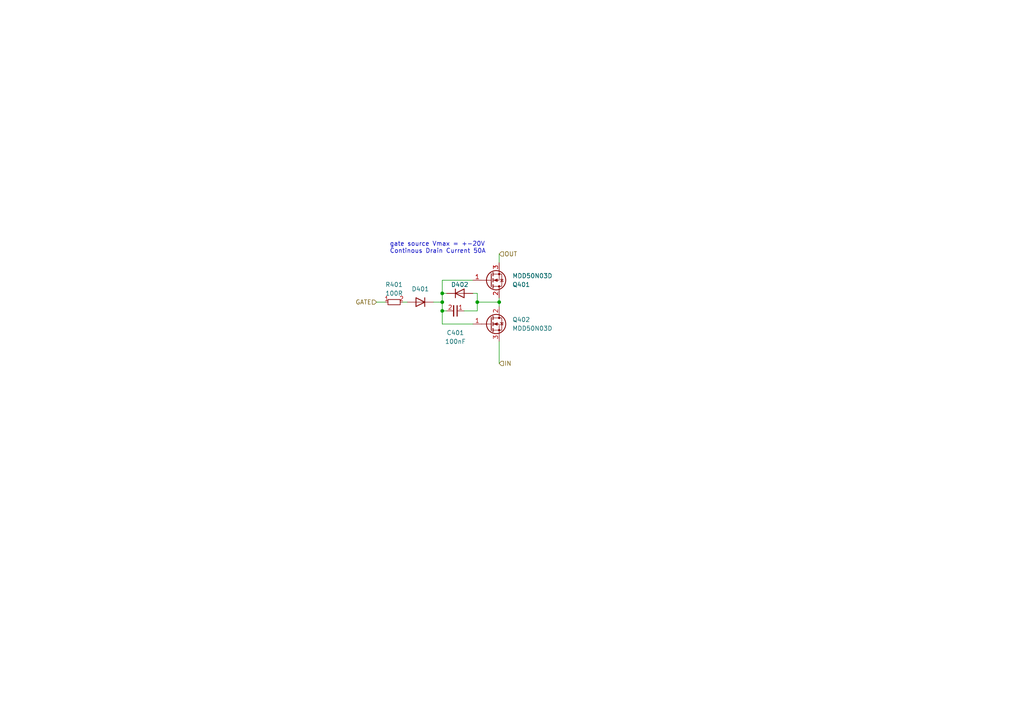
<source format=kicad_sch>
(kicad_sch (version 20230121) (generator eeschema)
  (paper "A4")
  (lib_symbols
    (symbol "Transistor_FET:QM6006D" (pin_names hide)
      (property "Reference" "Q" (at 5.08 1.905 0))
      (property "Value" "QM6006D" (at 5.08 0 0))
      (symbol "QM6006D_0_1"
        (polyline (pts (xy 0.254 0) (xy -2.54 0)))
        (polyline (pts (xy 0.254 1.905) (xy 0.254 -1.905)) (stroke (width 0.254)))
        (polyline (pts (xy 0.762 -1.27) (xy 0.762 -2.286)) (stroke (width 0.254)))
        (polyline (pts (xy 0.762 0.508) (xy 0.762 -0.508)) (stroke (width 0.254)))
        (polyline (pts (xy 0.762 2.286) (xy 0.762 1.27)) (stroke (width 0.254)))
        (polyline (pts (xy 2.54 2.54) (xy 2.54 1.778)))
        (polyline (pts (xy 2.54 -2.54) (xy 2.54 0) (xy 0.762 0)))
        (polyline (pts (xy 0.762 -1.778) (xy 3.302 -1.778) (xy 3.302 1.778) (xy 0.762 1.778)))
        (polyline (pts (xy 1.016 0) (xy 2.032 0.381) (xy 2.032 -0.381) (xy 1.016 0)) (fill (type outline)))
        (polyline (pts (xy 2.794 0.508) (xy 2.921 0.381) (xy 3.683 0.381) (xy 3.81 0.254)))
        (polyline (pts (xy 3.302 0.381) (xy 2.921 -0.254) (xy 3.683 -0.254) (xy 3.302 0.381)))
        (circle (center 1.651 0) (radius 2.794) (stroke (width 0.254)))
        (circle (center 2.54 -1.778) (radius 0.254) (fill (type outline)))
        (circle (center 2.54 1.778) (radius 0.254) (fill (type outline)))
      )
      (symbol "QM6006D_1_1"
        (pin input line (at -5.08 0 0) (length 2.54) (name "G") (number "1"))
        (pin passive line (at 2.54 5.08 270) (length 2.54) (name "D") (number "2"))
        (pin passive line (at 2.54 -5.08 90) (length 2.54) (name "S") (number "3"))
      )
    )
    (symbol "capacitor_miscellaneous:C_0402_100nF"
      (property "Reference" "C" (at 1.27 2.54 0))
      (property "Value" "100nF" (at 3.81 -2.54 0))
      (symbol "C_0402_100nF_0_1"
        (polyline (pts (xy -1.524 -0.508) (xy 1.524 -0.508)) (stroke (width 0.3302)))
        (polyline (pts (xy -1.524 0.508) (xy 1.524 0.508)) (stroke (width 0.3048)))
      )
      (symbol "C_0402_100nF_1_1"
        (pin passive line (at 0 2.54 270) (length 2.032) (name "~") (number "1"))
        (pin passive line (at 0 -2.54 90) (length 2.032) (name "~") (number "2"))
      )
    )
    (symbol "custom_kicad_lib_sk:1N4148WS" (pin_numbers hide) (pin_names hide)
      (property "Reference" "D" (at 0 2.54 0))
      (property "Value" "1N4148WS" (at 0 -2.54 0))
      (symbol "1N4148WS_0_1"
        (polyline (pts (xy -1.27 1.27) (xy -1.27 -1.27)) (stroke (width 0.254)))
        (polyline (pts (xy 1.27 0) (xy -1.27 0)))
        (polyline (pts (xy 1.27 1.27) (xy 1.27 -1.27) (xy -1.27 0) (xy 1.27 1.27)) (stroke (width 0.254)))
      )
      (symbol "1N4148WS_1_1"
        (pin passive line (at -3.81 0 0) (length 2.54) (name "K") (number "1"))
        (pin passive line (at 3.81 0 180) (length 2.54) (name "A") (number "2"))
      )
    )
    (symbol "resistors_0603:R_100R_0603"
      (property "Reference" "R" (at 1.27 2.54 0))
      (property "Value" "100R" (at 2.54 -2.54 0))
      (symbol "R_100R_0603_0_1"
        (rectangle (start -0.762 1.778) (end 0.762 -1.778) (stroke (width 0.2032)))
      )
      (symbol "R_100R_0603_1_1"
        (pin passive line (at 0 2.54 270) (length 0.762) (name "~") (number "1"))
        (pin passive line (at 0 -2.54 90) (length 0.762) (name "~") (number "2"))
      )
    )
  )
  (junction (at 128.27 90.17))
  (junction (at 144.78 87.63))
  (junction (at 128.27 87.63))
  (junction (at 138.43 87.63))
  (junction (at 128.27 85.09))
  (wire (pts (xy 138.43 87.63) (xy 138.43 85.09)))
  (wire (pts (xy 128.27 93.98) (xy 128.27 90.17)))
  (wire (pts (xy 128.27 87.63) (xy 128.27 90.17)))
  (wire (pts (xy 109.22 87.63) (xy 111.76 87.63)))
  (wire (pts (xy 128.27 81.28) (xy 137.16 81.28)))
  (wire (pts (xy 128.27 85.09) (xy 129.54 85.09)))
  (wire (pts (xy 138.43 90.17) (xy 138.43 87.63)))
  (wire (pts (xy 144.78 73.66) (xy 144.78 76.2)))
  (wire (pts (xy 128.27 90.17) (xy 129.54 90.17)))
  (wire (pts (xy 138.43 85.09) (xy 137.16 85.09)))
  (wire (pts (xy 144.78 99.06) (xy 144.78 105.41)))
  (wire (pts (xy 116.84 87.63) (xy 118.11 87.63)))
  (wire (pts (xy 128.27 85.09) (xy 128.27 87.63)))
  (wire (pts (xy 144.78 86.36) (xy 144.78 87.63)))
  (wire (pts (xy 125.73 87.63) (xy 128.27 87.63)))
  (wire (pts (xy 128.27 81.28) (xy 128.27 85.09)))
  (wire (pts (xy 144.78 87.63) (xy 144.78 88.9)))
  (wire (pts (xy 134.62 90.17) (xy 138.43 90.17)))
  (wire (pts (xy 128.27 93.98) (xy 137.16 93.98)))
  (wire (pts (xy 138.43 87.63) (xy 144.78 87.63)))
  (text "gate source Vmax = +-20V\nContinous Drain Current 50A" (at 113.03 73.66 0) (effects (font (size 1.27 1.27)) (justify left bottom)))
  (hierarchical_label "IN" (shape input) (at 144.78 105.41 0))
  (hierarchical_label "GATE" (shape input) (at 109.22 87.63 180))
  (hierarchical_label "OUT" (shape input) (at 144.78 73.66 0))
  (symbol (lib_id "resistors_0603:R_100R_0603") (at 114.3 87.63 90) (unit 1)
    (property "Reference" "R401" (at 114.3 82.55 90))
    (property "Value" "100R" (at 114.3 85.09 90))
    (property "Footprint" "custom_kicad_lib_sk:R_0603_smalltext" (effects hide))
    (property "JLCPCB Part#" "C22775" (effects hide))
    (instances (project "turningLoopLDR" (path "" (reference "R401") (unit 1)) (path "" (reference "R701") (unit 1)) (path "" (reference "R601") (unit 1)) (path "" (reference "R501") (unit 1))))
  )
  (symbol (lib_id "Transistor_FET:QM6006D") (at 142.24 81.28 0) (mirror x) (unit 1)
    (property "Reference" "Q401" (at 148.59 82.55 0) (effects (justify left)))
    (property "Value" "MDD50N03D" (at 148.59 80.01 0) (effects (justify left)))
    (property "Footprint" "Package_TO_SOT_SMD:TO-252-2" (effects hide))
    (property "Datasheet" "http://www.jaolen.com/images/pdf/QM6006D.pdf" (effects hide))
    (property "JLCPCB Part#" "C5357578" (effects hide))
    (instances (project "turningLoopLDR" (path "" (reference "Q401") (unit 1)) (path "" (reference "Q701") (unit 1)) (path "" (reference "Q601") (unit 1)) (path "" (reference "Q501") (unit 1))))
  )
  (symbol (lib_id "custom_kicad_lib_sk:1N4148WS") (at 133.35 85.09 0) (unit 1)
    (property "Reference" "D402" (at 133.35 82.55 0))
    (property "Value" "1N4148WS" (effects hide))
    (property "Footprint" "Diode_SMD:D_SOD-323" (effects hide))
    (property "Datasheet" "https://www.vishay.com/docs/85751/1n4148ws.pdf" (effects hide))
    (property "Sim.Device" "D" (effects hide))
    (property "Sim.Pins" "1=K 2=A" (effects hide))
    (property "JLCPCB Part#" "C2128" (effects hide))
    (instances (project "turningLoopLDR" (path "" (reference "D402") (unit 1)) (path "" (reference "D702") (unit 1)) (path "" (reference "D602") (unit 1)) (path "" (reference "D502") (unit 1))))
  )
  (symbol (lib_id "custom_kicad_lib_sk:1N4148WS") (at 121.92 87.63 180) (unit 1)
    (property "Reference" "D401" (at 121.92 83.82 0))
    (property "Value" "1N4148WS" (effects hide))
    (property "Footprint" "Diode_SMD:D_SOD-323" (effects hide))
    (property "Datasheet" "https://www.vishay.com/docs/85751/1n4148ws.pdf" (effects hide))
    (property "Sim.Device" "D" (effects hide))
    (property "Sim.Pins" "1=K 2=A" (effects hide))
    (property "JLCPCB Part#" "C2128" (effects hide))
    (instances (project "turningLoopLDR" (path "" (reference "D401") (unit 1)) (path "" (reference "D701") (unit 1)) (path "" (reference "D601") (unit 1)) (path "" (reference "D501") (unit 1))))
  )
  (symbol (lib_id "Transistor_FET:QM6006D") (at 142.24 93.98 0) (unit 1)
    (property "Reference" "Q402" (at 148.59 92.71 0) (effects (justify left)))
    (property "Value" "MDD50N03D" (at 148.59 95.25 0) (effects (justify left)))
    (property "Footprint" "Package_TO_SOT_SMD:TO-252-2" (effects hide))
    (property "Datasheet" "http://www.jaolen.com/images/pdf/QM6006D.pdf" (effects hide))
    (property "JLCPCB Part#" "C5357578" (effects hide))
    (instances (project "turningLoopLDR" (path "" (reference "Q402") (unit 1)) (path "" (reference "Q702") (unit 1)) (path "" (reference "Q602") (unit 1)) (path "" (reference "Q502") (unit 1))))
  )
  (symbol (lib_id "capacitor_miscellaneous:C_0402_100nF") (at 132.08 90.17 270) (unit 1)
    (property "Reference" "C401" (at 132.08 96.52 90))
    (property "Value" "100nF" (at 132.08 99.06 90))
    (property "Footprint" "Capacitor_SMD:C_0402_1005Metric" (effects hide))
    (property "JLCPCB Part#" "C307331" (effects hide))
    (instances (project "turningLoopLDR" (path "" (reference "C401") (unit 1)) (path "" (reference "C701") (unit 1)) (path "" (reference "C601") (unit 1)) (path "" (reference "C501") (unit 1))))
  )
)
</source>
